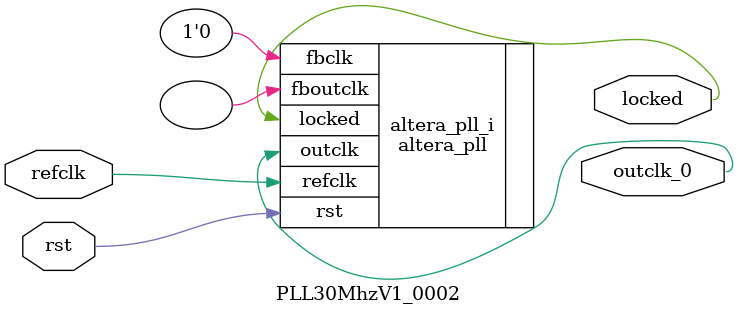
<source format=v>
`timescale 1ns/10ps
module  PLL30MhzV1_0002(

	// interface 'refclk'
	input wire refclk,

	// interface 'reset'
	input wire rst,

	// interface 'outclk0'
	output wire outclk_0,

	// interface 'locked'
	output wire locked
);

	altera_pll #(
		.fractional_vco_multiplier("false"),
		.reference_clock_frequency("50.0 MHz"),
		.operation_mode("direct"),
		.number_of_clocks(1),
		.output_clock_frequency0("30.000000 MHz"),
		.phase_shift0("0 ps"),
		.duty_cycle0(50),
		.output_clock_frequency1("0 MHz"),
		.phase_shift1("0 ps"),
		.duty_cycle1(50),
		.output_clock_frequency2("0 MHz"),
		.phase_shift2("0 ps"),
		.duty_cycle2(50),
		.output_clock_frequency3("0 MHz"),
		.phase_shift3("0 ps"),
		.duty_cycle3(50),
		.output_clock_frequency4("0 MHz"),
		.phase_shift4("0 ps"),
		.duty_cycle4(50),
		.output_clock_frequency5("0 MHz"),
		.phase_shift5("0 ps"),
		.duty_cycle5(50),
		.output_clock_frequency6("0 MHz"),
		.phase_shift6("0 ps"),
		.duty_cycle6(50),
		.output_clock_frequency7("0 MHz"),
		.phase_shift7("0 ps"),
		.duty_cycle7(50),
		.output_clock_frequency8("0 MHz"),
		.phase_shift8("0 ps"),
		.duty_cycle8(50),
		.output_clock_frequency9("0 MHz"),
		.phase_shift9("0 ps"),
		.duty_cycle9(50),
		.output_clock_frequency10("0 MHz"),
		.phase_shift10("0 ps"),
		.duty_cycle10(50),
		.output_clock_frequency11("0 MHz"),
		.phase_shift11("0 ps"),
		.duty_cycle11(50),
		.output_clock_frequency12("0 MHz"),
		.phase_shift12("0 ps"),
		.duty_cycle12(50),
		.output_clock_frequency13("0 MHz"),
		.phase_shift13("0 ps"),
		.duty_cycle13(50),
		.output_clock_frequency14("0 MHz"),
		.phase_shift14("0 ps"),
		.duty_cycle14(50),
		.output_clock_frequency15("0 MHz"),
		.phase_shift15("0 ps"),
		.duty_cycle15(50),
		.output_clock_frequency16("0 MHz"),
		.phase_shift16("0 ps"),
		.duty_cycle16(50),
		.output_clock_frequency17("0 MHz"),
		.phase_shift17("0 ps"),
		.duty_cycle17(50),
		.pll_type("General"),
		.pll_subtype("General")
	) altera_pll_i (
		.rst	(rst),
		.outclk	({outclk_0}),
		.locked	(locked),
		.fboutclk	( ),
		.fbclk	(1'b0),
		.refclk	(refclk)
	);
endmodule


</source>
